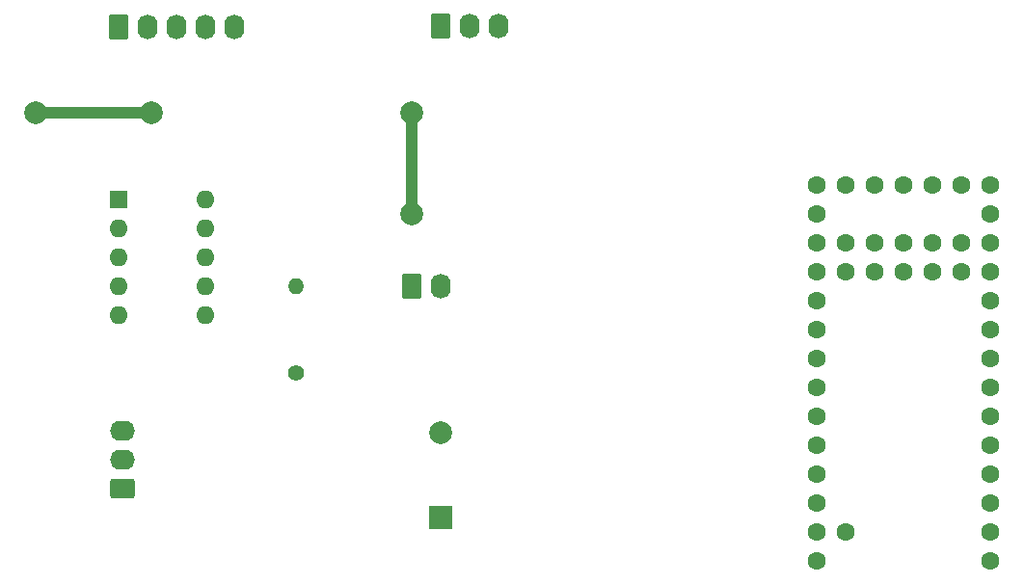
<source format=gbr>
%TF.GenerationSoftware,KiCad,Pcbnew,(6.0.5-0)*%
%TF.CreationDate,2023-02-05T23:58:46+00:00*%
%TF.ProjectId,Resonator_v3,5265736f-6e61-4746-9f72-5f76332e6b69,rev?*%
%TF.SameCoordinates,PXfffec780PYc85b810*%
%TF.FileFunction,Copper,L2,Bot*%
%TF.FilePolarity,Positive*%
%FSLAX46Y46*%
G04 Gerber Fmt 4.6, Leading zero omitted, Abs format (unit mm)*
G04 Created by KiCad (PCBNEW (6.0.5-0)) date 2023-02-05 23:58:46*
%MOMM*%
%LPD*%
G01*
G04 APERTURE LIST*
G04 Aperture macros list*
%AMRoundRect*
0 Rectangle with rounded corners*
0 $1 Rounding radius*
0 $2 $3 $4 $5 $6 $7 $8 $9 X,Y pos of 4 corners*
0 Add a 4 corners polygon primitive as box body*
4,1,4,$2,$3,$4,$5,$6,$7,$8,$9,$2,$3,0*
0 Add four circle primitives for the rounded corners*
1,1,$1+$1,$2,$3*
1,1,$1+$1,$4,$5*
1,1,$1+$1,$6,$7*
1,1,$1+$1,$8,$9*
0 Add four rect primitives between the rounded corners*
20,1,$1+$1,$2,$3,$4,$5,0*
20,1,$1+$1,$4,$5,$6,$7,0*
20,1,$1+$1,$6,$7,$8,$9,0*
20,1,$1+$1,$8,$9,$2,$3,0*%
G04 Aperture macros list end*
%TA.AperFunction,ComponentPad*%
%ADD10RoundRect,0.250000X-0.620000X-0.845000X0.620000X-0.845000X0.620000X0.845000X-0.620000X0.845000X0*%
%TD*%
%TA.AperFunction,ComponentPad*%
%ADD11O,1.740000X2.190000*%
%TD*%
%TA.AperFunction,ComponentPad*%
%ADD12C,1.400000*%
%TD*%
%TA.AperFunction,ComponentPad*%
%ADD13O,1.400000X1.400000*%
%TD*%
%TA.AperFunction,ComponentPad*%
%ADD14R,1.600000X1.600000*%
%TD*%
%TA.AperFunction,ComponentPad*%
%ADD15O,1.600000X1.600000*%
%TD*%
%TA.AperFunction,ComponentPad*%
%ADD16RoundRect,0.250000X0.845000X-0.620000X0.845000X0.620000X-0.845000X0.620000X-0.845000X-0.620000X0*%
%TD*%
%TA.AperFunction,ComponentPad*%
%ADD17O,2.190000X1.740000*%
%TD*%
%TA.AperFunction,ComponentPad*%
%ADD18C,1.600000*%
%TD*%
%TA.AperFunction,ComponentPad*%
%ADD19R,2.000000X2.000000*%
%TD*%
%TA.AperFunction,ComponentPad*%
%ADD20C,2.000000*%
%TD*%
%TA.AperFunction,ViaPad*%
%ADD21C,2.000000*%
%TD*%
%TA.AperFunction,Conductor*%
%ADD22C,1.000000*%
%TD*%
G04 APERTURE END LIST*
D10*
%TO.P,J2,1,Pin_1*%
%TO.N,GND*%
X134700000Y105950000D03*
D11*
%TO.P,J2,2,Pin_2*%
%TO.N,+5V*%
X137240000Y105950000D03*
%TD*%
D10*
%TO.P,J3,1,Pin_1*%
%TO.N,+3V3*%
X108935081Y128762052D03*
D11*
%TO.P,J3,2,Pin_2*%
%TO.N,unconnected-(J3-Pad2)*%
X111475081Y128762052D03*
%TO.P,J3,3,Pin_3*%
%TO.N,GND*%
X114015081Y128762052D03*
%TO.P,J3,4,Pin_4*%
%TO.N,Net-(U1-Pad26)*%
X116555081Y128762052D03*
%TO.P,J3,5,Pin_5*%
%TO.N,Net-(U1-Pad25)*%
X119095081Y128762052D03*
%TD*%
D12*
%TO.P,R1,1*%
%TO.N,Net-(J5-Pad2)*%
X124540000Y98330000D03*
D13*
%TO.P,R1,2*%
%TO.N,Net-(J4-Pad9)*%
X124540000Y105950000D03*
%TD*%
D14*
%TO.P,J4,1,Pin_1*%
%TO.N,+3V3*%
X108915000Y113565000D03*
D15*
%TO.P,J4,2,Pin_2*%
%TO.N,Net-(J4-Pad2)*%
X108915000Y111025000D03*
%TO.P,J4,3,Pin_3*%
%TO.N,unconnected-(J4-Pad3)*%
X108915000Y108485000D03*
%TO.P,J4,4,Pin_4*%
%TO.N,unconnected-(J4-Pad4)*%
X108915000Y105945000D03*
%TO.P,J4,5,Pin_5*%
%TO.N,unconnected-(J4-Pad5)*%
X108915000Y103405000D03*
%TO.P,J4,6,Pin_6*%
%TO.N,unconnected-(J4-Pad6)*%
X116535000Y103405000D03*
%TO.P,J4,7,Pin_7*%
%TO.N,unconnected-(J4-Pad7)*%
X116535000Y105945000D03*
%TO.P,J4,8,Pin_8*%
%TO.N,unconnected-(J4-Pad8)*%
X116535000Y108485000D03*
%TO.P,J4,9,Pin_9*%
%TO.N,Net-(J4-Pad9)*%
X116535000Y111025000D03*
%TO.P,J4,10,Pin_10*%
%TO.N,+5V*%
X116535000Y113565000D03*
%TD*%
D16*
%TO.P,J5,1,Pin_1*%
%TO.N,GND*%
X109300000Y88170000D03*
D17*
%TO.P,J5,2,Pin_2*%
%TO.N,Net-(J5-Pad2)*%
X109300000Y90710000D03*
%TO.P,J5,3,Pin_3*%
%TO.N,+5V*%
X109300000Y93250000D03*
%TD*%
D18*
%TO.P,U1,1,GND*%
%TO.N,unconnected-(U1-Pad1)*%
X185500000Y81820000D03*
%TO.P,U1,2,0_RX1_CRX2_CS1*%
%TO.N,Net-(J4-Pad2)*%
X185500000Y84360000D03*
%TO.P,U1,3,1_TX1_CTX2_MISO1*%
%TO.N,unconnected-(U1-Pad3)*%
X185500000Y86900000D03*
%TO.P,U1,4,2_OUT2*%
%TO.N,unconnected-(U1-Pad4)*%
X185500000Y89440000D03*
%TO.P,U1,5,3_LRCLK2*%
%TO.N,unconnected-(U1-Pad5)*%
X185500000Y91980000D03*
%TO.P,U1,6,4_BCLK2*%
%TO.N,unconnected-(U1-Pad6)*%
X185500000Y94520000D03*
%TO.P,U1,7,5_IN2*%
%TO.N,unconnected-(U1-Pad7)*%
X185500000Y97060000D03*
%TO.P,U1,8,6_OUT1D*%
%TO.N,unconnected-(U1-Pad8)*%
X185500000Y99600000D03*
%TO.P,U1,9,7_RX2_OUT1A*%
%TO.N,unconnected-(U1-Pad9)*%
X185500000Y102140000D03*
%TO.P,U1,10,8_TX2_IN1*%
%TO.N,unconnected-(U1-Pad10)*%
X185500000Y104680000D03*
%TO.P,U1,11,9_OUT1C*%
%TO.N,unconnected-(U1-Pad11)*%
X185500000Y107220000D03*
%TO.P,U1,12,10_CS_MQSR*%
%TO.N,unconnected-(U1-Pad12)*%
X185500000Y109760000D03*
%TO.P,U1,13,11_MOSI_CTX1*%
%TO.N,unconnected-(U1-Pad13)*%
X185500000Y112300000D03*
%TO.P,U1,14,12_MISO_MQSL*%
%TO.N,unconnected-(U1-Pad14)*%
X185500000Y114840000D03*
%TO.P,U1,15,VBAT*%
%TO.N,unconnected-(U1-Pad15)*%
X182960000Y114840000D03*
%TO.P,U1,16,3V3*%
%TO.N,unconnected-(U1-Pad16)*%
X180420000Y114840000D03*
%TO.P,U1,17,GND*%
%TO.N,unconnected-(U1-Pad17)*%
X177880000Y114840000D03*
%TO.P,U1,18,PROGRAM*%
%TO.N,unconnected-(U1-Pad18)*%
X175340000Y114840000D03*
%TO.P,U1,19,ON_OFF*%
%TO.N,unconnected-(U1-Pad19)*%
X172800000Y114840000D03*
%TO.P,U1,20,13_SCK_CRX1_LED*%
%TO.N,unconnected-(U1-Pad20)*%
X170260000Y114840000D03*
%TO.P,U1,21,14_A0_TX3_SPDIF_OUT*%
%TO.N,unconnected-(U1-Pad21)*%
X170260000Y112300000D03*
%TO.P,U1,22,15_A1_RX3_SPDIF_IN*%
%TO.N,Net-(J1-Pad2)*%
X170260000Y109760000D03*
%TO.P,U1,23,16_A2_RX4_SCL1*%
%TO.N,unconnected-(U1-Pad23)*%
X170260000Y107220000D03*
%TO.P,U1,24,17_A3_TX4_SDA1*%
%TO.N,unconnected-(U1-Pad24)*%
X170260000Y104680000D03*
%TO.P,U1,25,18_A4_SDA0*%
%TO.N,Net-(U1-Pad25)*%
X170260000Y102140000D03*
%TO.P,U1,26,19_A5_SCL0*%
%TO.N,Net-(U1-Pad26)*%
X170260000Y99600000D03*
%TO.P,U1,27,20_A6_TX5_LRCLK1*%
%TO.N,unconnected-(U1-Pad27)*%
X170260000Y97060000D03*
%TO.P,U1,28,21_A7_RX5_BCLK1*%
%TO.N,unconnected-(U1-Pad28)*%
X170260000Y94520000D03*
%TO.P,U1,29,22_A8_CTX1*%
%TO.N,unconnected-(U1-Pad29)*%
X170260000Y91980000D03*
%TO.P,U1,30,23_A9_CRX1_MCLK1*%
%TO.N,unconnected-(U1-Pad30)*%
X170260000Y89440000D03*
%TO.P,U1,31,3V3*%
%TO.N,+3V3*%
X170260000Y86900000D03*
%TO.P,U1,32,GND*%
%TO.N,GND*%
X170260000Y84360000D03*
%TO.P,U1,33,VIN*%
%TO.N,+5V*%
X170260000Y81820000D03*
%TO.P,U1,34,VUSB*%
%TO.N,unconnected-(U1-Pad34)*%
X172800000Y84360000D03*
%TO.P,U1,35,24_A10_TX6_SCL2*%
%TO.N,unconnected-(U1-Pad35)*%
X172800000Y109760000D03*
%TO.P,U1,36,25_A11_RX6_SDA2*%
%TO.N,unconnected-(U1-Pad36)*%
X172800000Y107220000D03*
%TO.P,U1,37,26_A12_MOSI1*%
%TO.N,unconnected-(U1-Pad37)*%
X175340000Y109760000D03*
%TO.P,U1,38,27_A13_SCK1*%
%TO.N,unconnected-(U1-Pad38)*%
X175340000Y107220000D03*
%TO.P,U1,39,28_RX7*%
%TO.N,unconnected-(U1-Pad39)*%
X177880000Y109760000D03*
%TO.P,U1,40,29_TX7*%
%TO.N,unconnected-(U1-Pad40)*%
X177880000Y107220000D03*
%TO.P,U1,41,30_CRX3*%
%TO.N,unconnected-(U1-Pad41)*%
X180420000Y109760000D03*
%TO.P,U1,42,31_CTX3*%
%TO.N,unconnected-(U1-Pad42)*%
X180420000Y107220000D03*
%TO.P,U1,43,32_OUT1B*%
%TO.N,unconnected-(U1-Pad43)*%
X182960000Y109760000D03*
%TO.P,U1,44,33_MCLK2*%
%TO.N,unconnected-(U1-Pad44)*%
X182960000Y107220000D03*
%TD*%
D19*
%TO.P,1000uf1,1*%
%TO.N,+5V*%
X137240000Y85630000D03*
D20*
%TO.P,1000uf1,2*%
%TO.N,GND*%
X137240000Y93130000D03*
%TD*%
D10*
%TO.P,J1,1,Pin_1*%
%TO.N,GND*%
X137240000Y128810000D03*
D11*
%TO.P,J1,2,Pin_2*%
%TO.N,Net-(J1-Pad2)*%
X139780000Y128810000D03*
%TO.P,J1,3,Pin_3*%
%TO.N,+3V3*%
X142320000Y128810000D03*
%TD*%
D21*
%TO.N,GND*%
X134700000Y121190000D03*
X134707283Y112349590D03*
%TO.N,Net-(J4-Pad2)*%
X111840000Y121190000D03*
X101680000Y121190000D03*
%TD*%
D22*
%TO.N,GND*%
X134700000Y112356873D02*
X134707283Y112349590D01*
X134700000Y121190000D02*
X134700000Y112356873D01*
%TO.N,Net-(J4-Pad2)*%
X111840000Y121190000D02*
X101680000Y121190000D01*
%TD*%
M02*

</source>
